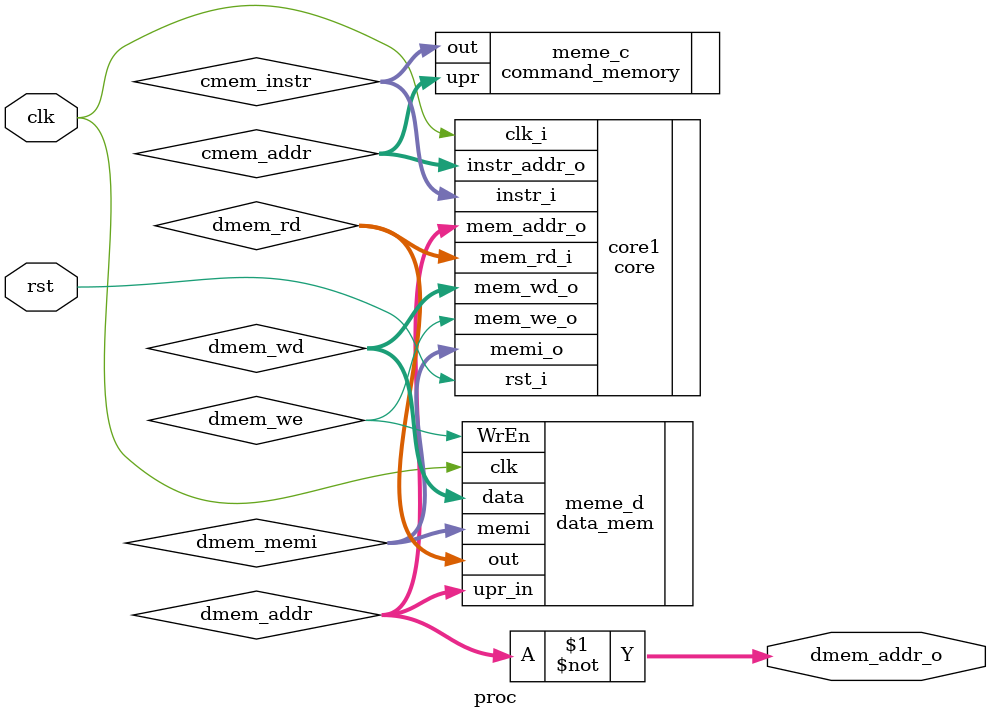
<source format=sv>
module proc(
input  logic clk,
input  logic rst,
output logic [31:0] dmem_addr_o
);

logic [31:0] dmem_rd;
logic [31:0] dmem_wd;
logic [31:0] dmem_addr;
logic [04:0] dmem_memi;
logic        dmem_we;

assign dmem_addr_o = ~dmem_addr;

logic [31:0] cmem_addr;
logic [31:0] cmem_instr;

core core1(
.clk_i         (clk),
.rst_i         (rst),

.instr_i       (cmem_instr),
.instr_addr_o  (cmem_addr),

.mem_rd_i      (dmem_rd),
.mem_wd_o      (dmem_wd),
.mem_addr_o    (dmem_addr),
.memi_o        (dmem_memi),
.mem_we_o      (dmem_we)

);

command_memory meme_c(
.upr           (cmem_addr),
.out           (cmem_instr)
);

data_mem meme_d(
.clk           (clk),

.memi          (dmem_memi),
.data          (dmem_wd),
.upr_in        (dmem_addr),
.out           (dmem_rd),
.WrEn          (dmem_we)
);
endmodule



</source>
